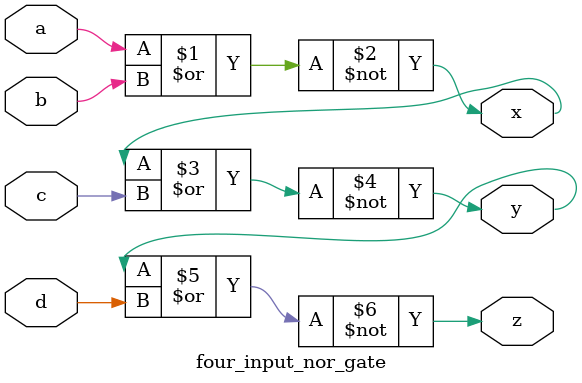
<source format=v>
`timescale 1ns / 1ps

/*
Company: Sogang University
Engineer: G_EEE3
Create Date: 2021/09/30 15:27:38
Module Name: four_input_nor_gate
*/

module four_input_nor_gate(
    input a, b, c, d,
    output x, y, z
);

assign x = ~(a | b);
assign y = ~(x | c);
assign z = ~(y | d);

endmodule
</source>
